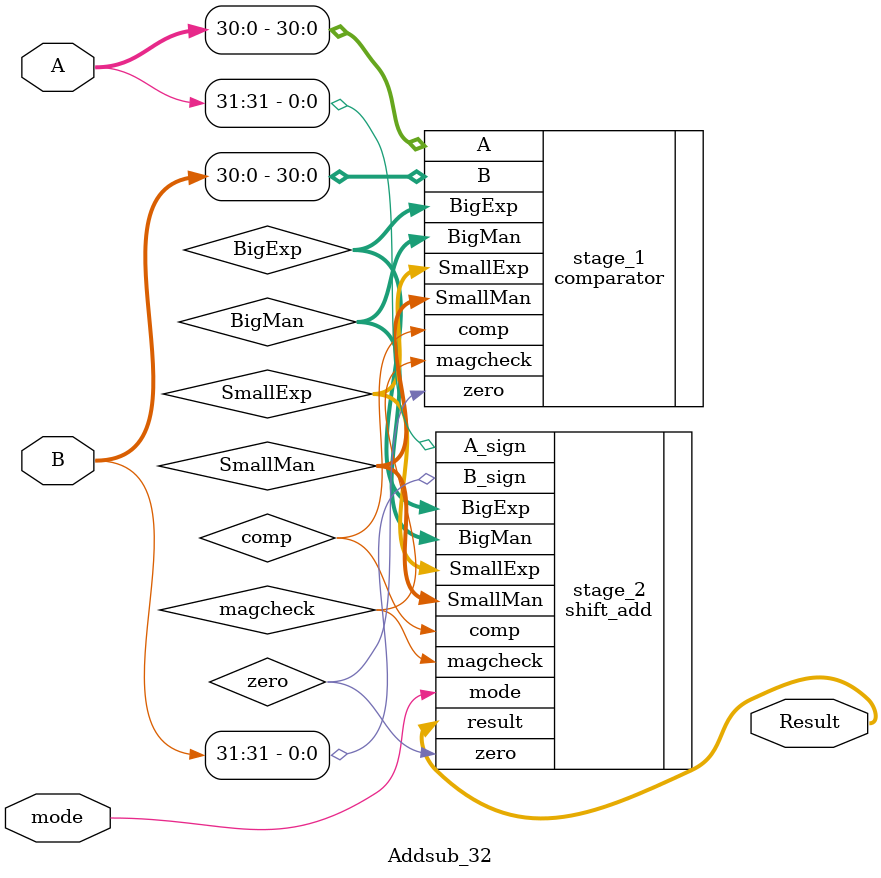
<source format=v>
`timescale 1ns / 100ps

module Addsub_32 #(parameter WIDTH = 32)
    (
        input mode,
        input [WIDTH - 1:0] A,
        input [WIDTH - 1:0] B,
        output [WIDTH - 1:0] Result
    );

    wire [WIDTH - 25:0] BigExp;
    wire [WIDTH - 25:0] SmallExp;
    wire [WIDTH - 9:0] BigMan;
    wire [WIDTH - 9:0] SmallMan;

// Stage 1
    comparator stage_1(
        .A(A[WIDTH - 2:0]),
        .B(B[WIDTH - 2:0]),
        .comp(comp),
        .magcheck(magcheck),
        .zero(zero),
        .BigExp(BigExp),
        .SmallExp(SmallExp),
        .BigMan(BigMan),
        .SmallMan(SmallMan)
    );

    // Stage 2
    shift_add stage_2(
        .mode(mode),
        .comp(comp),
        .magcheck(magcheck),
        .zero(zero),
        .A_sign(A[WIDTH - 1]),
        .B_sign(B[WIDTH - 1]),
        .BigExp(BigExp),
        .SmallExp(SmallExp),
        .BigMan(BigMan),
        .SmallMan(SmallMan),
        .result(Result)
    );

endmodule


/////////////////////////////////////////
//                                     //
//            Pipelined                //
//    (To be used if timing fails)     //
//                                     //
/////////////////////////////////////////

// module adder_32 #(parameter WIDTH = 32)(
//     input clk_n,
//     input rst_n,
//     input mode,
//     input [WIDTH - 1:0] A,
//     input [WIDTH - 1:0] B,
//     output [WIDTH - 1:0] Result
// );
//
//     reg comp_r_i;
//     reg [WIDTH - 25:0] BigExp_r_i;
//     reg [WIDTH - 25:0] SmallExp_r_i;
//     reg [WIDTH - 9:0] BigMan_r_i;
//     reg [WIDTH - 9:0] SmallMan_r_i;
//
//     wire comp_w_o;
//     wire [WIDTH - 25:0] BigExp_w_o;
//     wire [WIDTH - 25:0] SmallExp_w_o;
//     wire [WIDTH - 9:0] BigMan_w_o;
//     wire [WIDTH - 9:0] SmallMan_w_o;
//
//     always @(negedge clk_n or negedge rst_n) begin
//         if (~rst_n) begin
//             comp_r_i <= 'b0;
//             BigExp_r_i <= 'b0;
//             SmallExp_r_i <= 'b0;
//             BigMan_r_i <= 'b0;
//             SmallMan_r_i <= 'b0;
//         end
//         else begin
//             comp_r_i <= comp_w_o;
//             BigExp_r_i <= BigExp_w_o;
//             SmallExp_r_i <= SmallExp_w_o;
//             BigMan_r_i <= BigMan_w_o;
//             SmallMan_r_i <= SmallMan_w_o;
//         end
//     end
//
//     // Stage 1
//     comparator stage_1(
//         .A(A[WIDTH - 2:0]),
//         .B(B[WIDTH - 2:0]),
//         .comp(comp_w_o),
//         .BigExp(BigExp_w_o),
//         .SmallExp(SmallExp_w_o),
//         .BigMan(BigMan_w_o),
//         .SmallMan(SmallMan_w_o)
//     );
//
//     // Stage 2
//     shift_add stage_2(
//         .comp(comp_r_i),
//         .A_sign(A[WIDTH - 1]),
//         .B_sign(B[WIDTH - 1]),
//         .BigExp(BigExp_r_i),
//         .SmallExp(SmallExp_r_i),
//         .BigMan(BigMan_r_i),
//         .SmallMan(SmallMan_r_i),
//         .result(Result)
//     );
// //        shift_add stage_2(
// //        .comp(comp_w_o),
// //        .A_sign(A[WIDTH - 1]),
// //        .B_sign(B[WIDTH - 1]),
// //        .BigExp(BigExp_w_o),
// //        .SmallExp(SmallExp_w_o),
// //        .BigMan(BigMan_w_o),
// //        .SmallMan(SmallMan_w_o),
// //        .done_o(done_o),
// //        .result(Result)
// //    );
//
// endmodule

</source>
